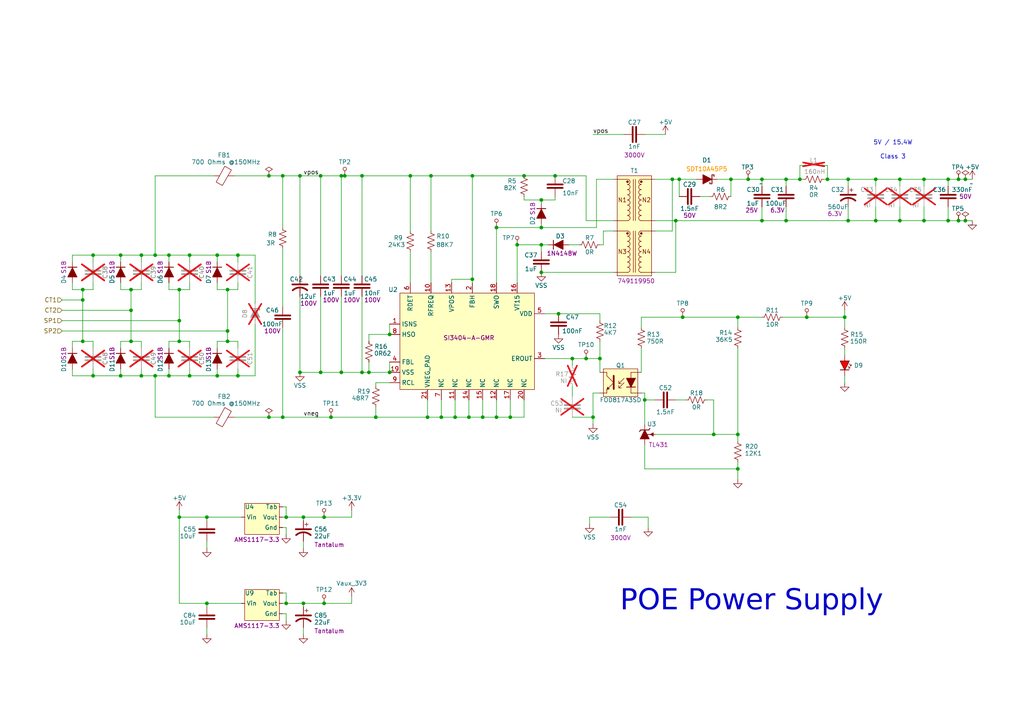
<source format=kicad_sch>
(kicad_sch (version 20250114) (generator "eeschema") (generator_version "9.0")
  (paper "A4")
  (lib_symbols
    (symbol "Ethernet:749119950" (pin_numbers (hide yes)) (pin_names (hide yes))
      (property "Reference" "T" (at 6 2.5 0))
      (property "Part#" "749119950" (at 6.5 -29.5 0))
      (symbol "749119950_1_1"
        (text "N1" (at 2.5 -6 0) (effects (font (size 1.25 1.25))))
        (text "N3" (at 2.5 -21 0) (effects (font (size 1.25 1.25))))
        (text "N2" (at 9.5 -6 0) (effects (font (size 1.25 1.25))))
        (text "N4" (at 9.5 -21 0) (effects (font (size 1.25 1.25))))
        (pin passive line (at 0 0 0) (length 1) (name "3") (number "3"))
        (pin passive line (at 0 -12 0) (length 1) (name "4") (number "4"))
        (pin passive line (at 0 -15 0) (length 1) (name "2") (number "2"))
        (pin passive line (at 0 -27 0) (length 1) (name "1") (number "1"))
        (pin passive line (at 12 0 180) (length 1) (name "7") (number "7"))
        (pin passive line (at 12 -12 180) (length 1) (name "10") (number "10"))
        (pin passive line (at 12 -15 180) (length 1) (name "8") (number "8"))
        (pin passive line (at 12 -27 180) (length 1) (name "9") (number "9"))
      )
    )
    (symbol "Ethernet:SI3404-A-GMR"
      (property "Reference" "U" (at 23 -4 0))
      (property "Part#" "SI3404-A-GMR" (at 23 -6 0))
      (symbol "SI3404-A-GMR_1_0"
        (pin input line (at 0 0 0) (length 3) (name "ISNS") (number "1"))
        (pin output line (at 0 -3 0) (length 3) (name "HSO") (number "8"))
        (pin input line (at 0 -11 0) (length 3) (name "FBL") (number "4"))
        (pin power_out line (at 0 -14 0) (length 3) (name "VSS") (number "19"))
        (pin input line (at 0 -17 0) (length 3) (name "RCL") (number "9"))
        (pin input line (at 6 12 270) (length 3) (name "RDET") (number "6"))
        (pin power_in line (at 11 -22 90) (length 3) (name "VNEG_PAD") (number "21"))
        (pin input line (at 12 12 270) (length 3) (name "RFREQ") (number "10"))
        (pin passive line (at 15 -22 90) (length 3) (name "NC") (number "7"))
        (pin power_in line (at 18 12 270) (length 3) (name "VPOS") (number "13"))
        (pin passive line (at 19 -22 90) (length 3) (name "NC") (number "11"))
        (pin passive line (at 23 -22 90) (length 3) (name "NC") (number "14"))
        (pin input line (at 24 12 270) (length 3) (name "FBH") (number "2"))
        (pin passive line (at 27 -22 90) (length 3) (name "NC") (number "15"))
        (pin output line (at 31 12 270) (length 3) (name "SWO") (number "18"))
        (pin passive line (at 31 -22 90) (length 3) (name "NC") (number "12"))
        (pin passive line (at 35 -22 90) (length 3) (name "NC") (number "17"))
        (pin input line (at 37 12 270) (length 3) (name "VT15") (number "16"))
        (pin passive line (at 39 -22 90) (length 3) (name "NC") (number "20"))
        (pin power_out line (at 45 3 180) (length 3) (name "VDD") (number "5"))
        (pin output line (at 45 -10 180) (length 3) (name "EROUT") (number "3"))
      )
    )
    (symbol "Generics:C" (pin_numbers (hide yes)) (pin_names (offset 0) (hide yes))
      (property "Reference" "C" (at 3 3.5 0))
      (property "Value" "NI" (at 3 -3.5 0))
      (symbol "C_1_1"
        (pin passive line (at 0 0 0) (length 2.5) (name "1") (number "1"))
        (pin passive line (at 6 0 180) (length 2.5) (name "2") (number "2"))
      )
    )
    (symbol "Generics:C_Polarized" (pin_numbers (hide yes)) (pin_names (offset 0) (hide yes))
      (property "Reference" "C" (at 3 3.5 0))
      (property "Value" "NI" (at 3.1 -3.5 0))
      (symbol "C_Polarized_1_1"
        (pin passive line (at 0 0 0) (length 2.7) (name "N") (number "N"))
        (pin passive line (at 6 0 180) (length 2.4) (name "P") (number "P"))
      )
    )
    (symbol "Generics:C_alt" (pin_numbers (hide yes)) (pin_names (offset 0) (hide yes))
      (property "Reference" "C" (at 3 3.5 0))
      (property "Value" "NI" (at 3.1 -3.5 0))
      (symbol "C_alt_1_1"
        (pin passive line (at 0 0 0) (length 2.7) (name "1") (number "1"))
        (pin passive line (at 6 0 180) (length 2.4) (name "2") (number "2"))
      )
    )
    (symbol "Generics:D" (pin_numbers (hide yes)) (pin_names (offset 0) (hide yes))
      (property "Reference" "D" (at 3 2.5 0))
      (property "Part#" "NI" (at 3 -2.5 0))
      (symbol "D_1_1"
        (pin passive line (at 0 0 0) (length 2.54) (name "A") (number "A"))
        (pin passive line (at 6 0 180) (length 2.54) (name "K") (number "K"))
      )
    )
    (symbol "Generics:D_LED_red" (pin_numbers (hide yes)) (pin_names (offset 0) (hide yes))
      (property "Reference" "D" (at 3 3 0))
      (property "Part#" "NI" (at 3 -2.5 0))
      (symbol "D_LED_red_1_1"
        (pin passive line (at 0 0 0) (length 1.7) (name "A") (number "A"))
        (pin passive line (at 6 0 180) (length 1.7) (name "K") (number "K"))
      )
    )
    (symbol "Generics:D_Schottky" (pin_numbers (hide yes)) (pin_names (offset 0) (hide yes))
      (property "Reference" "D" (at 3 2.5 0))
      (property "Part#" "NI" (at 3 -2.5 0))
      (symbol "D_Schottky_1_1"
        (pin passive line (at 0 0 0) (length 2.54) (name "A") (number "A"))
        (pin passive line (at 6 0 180) (length 2.6) (name "K") (number "K"))
      )
    )
    (symbol "Generics:D_TVS" (pin_numbers (hide yes)) (pin_names (offset 1.016) (hide yes))
      (property "Reference" "D" (at 3.1 2.5 0))
      (property "Part#" "NI" (at 3 -2.5 0))
      (symbol "D_TVS_1_1"
        (pin passive line (at 0 0 0) (length 2.54) (name "A") (number "A"))
        (pin passive line (at 6 0 180) (length 2.54) (name "K") (number "K"))
      )
    )
    (symbol "Generics:FB" (pin_numbers (hide yes)) (pin_names (offset 0) (hide yes))
      (property "Reference" "FB" (at 3.5 3.7 0))
      (property "Value" "NI" (at 2.9 -4.1 0))
      (symbol "FB_1_1"
        (pin passive line (at 0 0 0) (length 1.85) (name "~") (number "2"))
        (pin passive line (at 6 0 180) (length 1.65) (name "~") (number "1"))
      )
    )
    (symbol "Generics:R" (pin_numbers (hide yes)) (pin_names (offset 0) (hide yes))
      (property "Reference" "R" (at 3 2 0))
      (property "Value" "NI" (at 3 -2.1 0))
      (symbol "R_1_1"
        (pin passive line (at 0 0 0) (length 0.7) (name "1") (number "1"))
        (pin passive line (at 6 0 180) (length 0.7) (name "1") (number "2"))
      )
    )
    (symbol "Optoelectronics:OPTO_FOD817A3SD" (pin_numbers (hide yes)) (pin_names (offset 0) (hide yes))
      (property "Reference" "Q" (at 6 2 0))
      (property "Value" "FOD817A3SD" (at 6 -8 0))
      (symbol "OPTO_FOD817A3SD_1_1"
        (pin passive line (at 0 0 0) (length 3) (name "A") (number "A"))
        (pin passive line (at 0 -6 0) (length 3) (name "K") (number "K"))
        (pin passive line (at 12 0 180) (length 2) (name "C") (number "C"))
        (pin passive line (at 12 -6 180) (length 2) (name "E") (number "E"))
      )
    )
    (symbol "PCB_Utils:TP" (pin_numbers (hide yes)) (pin_names (offset 0) (hide yes)) (in_bom no)
      (property "Reference" "TP" (at 0 4 0))
      (symbol "TP_1_1"
        (pin input line (at 0 0 90) (length 1.5) (name "1") (number "1"))
      )
    )
    (symbol "Passives:C_SMD_ALU_560uF_6V3" (pin_numbers (hide yes)) (pin_names (hide yes))
      (property "Reference" "C" (at 3 4 0))
      (property "Value" "560uF" (at 0 -4 0))
      (property "Voltage" "6.3V" (at 6 -4 0))
      (symbol "C_SMD_ALU_560uF_6V3_1_1"
        (pin passive line (at 0 0 0) (length 2.7) (name "N") (number "N"))
        (pin passive line (at 6 0 180) (length 2.4) (name "P") (number "P"))
      )
    )
    (symbol "Passives:L_160nH_SMD" (pin_numbers (hide yes)) (pin_names (offset 0) (hide yes))
      (property "Reference" "L" (at 3 1.5 0))
      (property "Value" "160nH" (at 3.302 -1.778 0))
      (symbol "L_160nH_SMD_1_1"
        (pin passive line (at 0 0 0) (length 0.4) (name "1") (number "1"))
        (pin passive line (at 6 0 180) (length 0.4) (name "2") (number "2"))
      )
    )
    (symbol "Power:+3.3V" (power) (pin_numbers (hide yes)) (pin_names (offset 0) (hide yes))
      (property "Value" "+3.3V" (at 0 3.556 0))
      (symbol "+3.3V_1_1"
        (pin power_in line (at 0 0 90) (length 0) (hide yes) (name "+3.3V") (number "1"))
      )
    )
    (symbol "Power:+5V" (power) (pin_numbers (hide yes)) (pin_names (offset 0) (hide yes))
      (property "Value" "+5V" (at 0 3.556 0))
      (symbol "+5V_1_1"
        (pin power_in line (at 0 0 90) (length 0) (hide yes) (name "+5V") (number "1"))
      )
    )
    (symbol "Power:GND" (power) (pin_numbers (hide yes)) (pin_names (offset 0) (hide yes))
      (symbol "GND_1_1"
        (pin power_in line (at 0 0 270) (length 0) (hide yes) (name "GND") (number "1"))
      )
    )
    (symbol "Power:GNDA" (power) (pin_numbers (hide yes)) (pin_names (offset 0) (hide yes))
      (property "Value" "GNDA" (at 0 -3.81 0))
      (symbol "GNDA_1_1"
        (pin power_in line (at 0 0 270) (length 0) (hide yes) (name "GNDA") (number "1"))
      )
    )
    (symbol "Power:PWR_FLAG" (power) (pin_numbers (hide yes)) (pin_names (offset 0) (hide yes))
      (symbol "PWR_FLAG_1_0"
        (pin power_out line (at 0 0 90) (length 0) (name "pwr") (number "1"))
      )
    )
    (symbol "Power:VBUS" (power) (pin_numbers (hide yes)) (pin_names (offset 0) (hide yes))
      (property "Value" "VBUS" (at 0 3.81 0))
      (symbol "VBUS_1_1"
        (pin power_in line (at 0 0 90) (length 0) (hide yes) (name "VBUS") (number "1"))
      )
    )
    (symbol "Voltage_Regulators:AMS1117-3.3" (pin_numbers (hide yes))
      (property "Reference" "U" (at 1 5 0))
      (property "Part#" "AMS1117-3.3" (at 6 -6 0))
      (symbol "AMS1117-3.3_1_1"
        (pin power_in line (at 0 0 0) (length 1) (name "Vin") (number "3"))
        (pin passive line (at 12 3 180) (length 1) (name "Tab") (number "4"))
        (pin power_out line (at 12 0 180) (length 1) (name "Vout") (number "2"))
        (pin power_in line (at 12 -3 180) (length 1) (name "Gnd") (number "Gnd"))
      )
    )
    (symbol "Voltage_Regulators:TL431"
      (property "Reference" "U" (at 2 0 0))
      (property "Part#" "TL431" (at 4 -6 0))
      (symbol "TL431_1_1"
        (pin passive line (at 0 0 270) (length 2.54) (name "K") (number "K"))
        (pin passive line (at 0 -6 90) (length 2.54) (name "A") (number "2"))
        (pin passive line (at 3 -3 180) (length 2.54) (name "Ref") (number "Ref"))
      )
    )
  )
  (text "POE Power Supply" (at 218 176 0) (effects (font (size 6 6))))
  (text "5V / 15.4W\n\nClass 3" (at 259 43.5 0) (effects (font (size 1.27 1.27))))
  (junction (at 83 175))
  (junction (at 234 92))
  (junction (at 49 74))
  (junction (at 217 52))
  (junction (at 69 109))
  (junction (at 278 52))
  (junction (at 197 52))
  (junction (at 246 64))
  (junction (at 128 121))
  (junction (at 132 121))
  (junction (at 105 108))
  (junction (at 94 175))
  (junction (at 88 150))
  (junction (at 38 99))
  (junction (at 109 121))
  (junction (at 214 92))
  (junction (at 152 51))
  (junction (at 195 52))
  (junction (at 63 109))
  (junction (at 66 84))
  (junction (at 198 92))
  (junction (at 246 52))
  (junction (at 214 136))
  (junction (at 261 52))
  (junction (at 100 51))
  (junction (at 66 96))
  (junction (at 207 126))
  (junction (at 27 74))
  (junction (at 187 116))
  (junction (at 69 74))
  (junction (at 228 52))
  (junction (at 60 150))
  (junction (at 88 175))
  (junction (at 82 51))
  (junction (at 254 52))
  (junction (at 161 51))
  (junction (at 96 121))
  (junction (at 60 175))
  (junction (at 24 87))
  (junction (at 78 51))
  (junction (at 174 104))
  (junction (at 240 52))
  (junction (at 137 51))
  (junction (at 148 121))
  (junction (at 52 99))
  (junction (at 162 91))
  (junction (at 35 74))
  (junction (at 119 51))
  (junction (at 157 66))
  (junction (at 278 64))
  (junction (at 93 108))
  (junction (at 45 74))
  (junction (at 41 74))
  (junction (at 78 121))
  (junction (at 99 51))
  (junction (at 125 51))
  (junction (at 49 109))
  (junction (at 137 81))
  (junction (at 261 64))
  (junction (at 87 51))
  (junction (at 105 51))
  (junction (at 27 109))
  (junction (at 55 109))
  (junction (at 99 108))
  (junction (at 93 51))
  (junction (at 275 64))
  (junction (at 24 99))
  (junction (at 144 121))
  (junction (at 82 121))
  (junction (at 83 150))
  (junction (at 214 126))
  (junction (at 212 52))
  (junction (at 275 52))
  (junction (at 55 74))
  (junction (at 136 121))
  (junction (at 268 52))
  (junction (at 196 64))
  (junction (at 221 52))
  (junction (at 124 121))
  (junction (at 232 52))
  (junction (at 52 93))
  (junction (at 52 84))
  (junction (at 280 64))
  (junction (at 166 104))
  (junction (at 268 64))
  (junction (at 113 97))
  (junction (at 221 64))
  (junction (at 140 121))
  (junction (at 228 64))
  (junction (at 41 109))
  (junction (at 87 108))
  (junction (at 63 74))
  (junction (at 45 109))
  (junction (at 254 64))
  (junction (at 24 84))
  (junction (at 157 79))
  (junction (at 113 108))
  (junction (at 52 150))
  (junction (at 66 99))
  (junction (at 157 58))
  (junction (at 150 71))
  (junction (at 170 104))
  (junction (at 157 71))
  (junction (at 280 52))
  (junction (at 245 92))
  (junction (at 35 109))
  (junction (at 144 66))
  (junction (at 107 108))
  (junction (at 38 90))
  (junction (at 94 150))
  (junction (at 38 84))
  (junction (at 172 121))
  (wire (pts (xy 148 121) (xy 152 121)))
  (wire (pts (xy 82 172) (xy 83 172)))
  (wire (pts (xy 148 121) (xy 148 116)))
  (wire (pts (xy 280 64) (xy 282 64)))
  (wire (pts (xy 63 84) (xy 63 82)))
  (wire (pts (xy 195 67) (xy 195 52)))
  (wire (pts (xy 173 52) (xy 173 66)))
  (wire (pts (xy 102 148) (xy 102 150)))
  (wire (pts (xy 128 121) (xy 128 116)))
  (wire (pts (xy 119 51) (xy 119 67)))
  (wire (pts (xy 278 52) (xy 280 52)))
  (wire (pts (xy 261 52) (xy 268 52)))
  (wire (pts (xy 152 58) (xy 157 58)))
  (wire (pts (xy 157 65) (xy 157 66)))
  (wire (pts (xy 107 105) (xy 107 108)))
  (wire (pts (xy 174 71) (xy 175 71)))
  (wire (pts (xy 88 150) (xy 88 151)))
  (wire (pts (xy 254 60) (xy 254 64)))
  (wire (pts (xy 66 99) (xy 69 99)))
  (wire (pts (xy 21 109) (xy 21 107)))
  (wire (pts (xy 144 66) (xy 144 82)))
  (wire (pts (xy 93 108) (xy 99 108)))
  (wire (pts (xy 137 81) (xy 137 82)))
  (wire (pts (xy 69 74) (xy 69 76)))
  (wire (pts (xy 195 52) (xy 197 52)))
  (wire (pts (xy 96 121) (xy 109 121)))
  (wire (pts (xy 83 175) (xy 88 175)))
  (wire (pts (xy 60 182) (xy 60 184)))
  (wire (pts (xy 93 51) (xy 99 51)))
  (wire (pts (xy 88 157) (xy 88 159)))
  (wire (pts (xy 188 150) (xy 188 153)))
  (wire (pts (xy 82 147) (xy 83 147)))
  (wire (pts (xy 245 90) (xy 245 92)))
  (wire (pts (xy 66 84) (xy 66 96)))
  (wire (pts (xy 198 92) (xy 214 92)))
  (wire (pts (xy 60 157) (xy 60 159)))
  (wire (pts (xy 221 52) (xy 221 54)))
  (wire (pts (xy 69 84) (xy 69 82)))
  (wire (pts (xy 157 58) (xy 161 58)))
  (wire (pts (xy 254 52) (xy 254 54)))
  (wire (pts (xy 21 84) (xy 24 84)))
  (wire (pts (xy 187 129) (xy 187 136)))
  (wire (pts (xy 82 150) (xy 83 150)))
  (wire (pts (xy 158 104) (xy 166 104)))
  (wire (pts (xy 152 51) (xy 161 51)))
  (wire (pts (xy 94 150) (xy 102 150)))
  (wire (pts (xy 69 99) (xy 69 101)))
  (wire (pts (xy 217 52) (xy 221 52)))
  (wire (pts (xy 246 52) (xy 254 52)))
  (wire (pts (xy 82 121) (xy 96 121)))
  (wire (pts (xy 55 109) (xy 63 109)))
  (wire (pts (xy 83 172) (xy 83 175)))
  (wire (pts (xy 99 86) (xy 99 108)))
  (wire (pts (xy 144 66) (xy 157 66)))
  (wire (pts (xy 239 52) (xy 240 52)))
  (wire (pts (xy 88 175) (xy 88 176)))
  (wire (pts (xy 52 93) (xy 52 99)))
  (wire (pts (xy 228 52) (xy 228 54)))
  (wire (pts (xy 125 51) (xy 125 67)))
  (wire (pts (xy 27 109) (xy 27 107)))
  (wire (pts (xy 66 84) (xy 69 84)))
  (wire (pts (xy 87 51) (xy 93 51)))
  (wire (pts (xy 35 74) (xy 41 74)))
  (wire (pts (xy 49 74) (xy 55 74)))
  (wire (pts (xy 102 173) (xy 102 175)))
  (wire (pts (xy 170 104) (xy 174 104)))
  (wire (pts (xy 49 74) (xy 49 76)))
  (wire (pts (xy 21 109) (xy 27 109)))
  (wire (pts (xy 161 51) (xy 170 51)))
  (wire (pts (xy 227 92) (xy 234 92)))
  (wire (pts (xy 178 67) (xy 175 67)))
  (wire (pts (xy 52 84) (xy 55 84)))
  (wire (pts (xy 45 51) (xy 45 74)))
  (wire (pts (xy 187 114) (xy 187 116)))
  (wire (pts (xy 52 84) (xy 52 93)))
  (wire (pts (xy 207 116) (xy 207 126)))
  (wire (pts (xy 275 64) (xy 278 64)))
  (wire (pts (xy 197 52) (xy 202 52)))
  (wire (pts (xy 150 82) (xy 150 71)))
  (wire (pts (xy 221 52) (xy 228 52)))
  (wire (pts (xy 166 104) (xy 170 104)))
  (wire (pts (xy 52 148) (xy 52 150)))
  (wire (pts (xy 63 109) (xy 63 107)))
  (wire (pts (xy 190 126) (xy 207 126)))
  (wire (pts (xy 63 99) (xy 66 99)))
  (wire (pts (xy 132 121) (xy 136 121)))
  (wire (pts (xy 157 79) (xy 178 79)))
  (wire (pts (xy 136 121) (xy 136 116)))
  (wire (pts (xy 275 52) (xy 278 52)))
  (wire (pts (xy 21 74) (xy 21 76)))
  (wire (pts (xy 205 116) (xy 207 116)))
  (wire (pts (xy 214 136) (xy 187 136)))
  (wire (pts (xy 232 52) (xy 233 52)))
  (wire (pts (xy 187 116) (xy 187 123)))
  (wire (pts (xy 246 60) (xy 246 64)))
  (wire (pts (xy 119 73) (xy 119 82)))
  (wire (pts (xy 254 64) (xy 261 64)))
  (wire (pts (xy 78 121) (xy 82 121)))
  (wire (pts (xy 214 92) (xy 221 92)))
  (wire (pts (xy 107 97) (xy 107 99)))
  (wire (pts (xy 35 84) (xy 35 82)))
  (wire (pts (xy 105 108) (xy 107 108)))
  (wire (pts (xy 87 51) (xy 87 80)))
  (wire (pts (xy 187 114) (xy 186 114)))
  (wire (pts (xy 228 64) (xy 246 64)))
  (wire (pts (xy 18 96) (xy 66 96)))
  (wire (pts (xy 214 136) (xy 214 139)))
  (wire (pts (xy 246 52) (xy 246 54)))
  (wire (pts (xy 18 87) (xy 24 87)))
  (wire (pts (xy 261 52) (xy 261 54)))
  (wire (pts (xy 119 51) (xy 125 51)))
  (wire (pts (xy 35 74) (xy 35 76)))
  (wire (pts (xy 208 52) (xy 212 52)))
  (wire (pts (xy 41 84) (xy 41 82)))
  (wire (pts (xy 52 150) (xy 52 175)))
  (wire (pts (xy 183 150) (xy 188 150)))
  (wire (pts (xy 175 67) (xy 175 71)))
  (wire (pts (xy 152 57) (xy 152 58)))
  (wire (pts (xy 24 87) (xy 24 99)))
  (wire (pts (xy 27 74) (xy 27 76)))
  (wire (pts (xy 35 109) (xy 35 107)))
  (wire (pts (xy 63 109) (xy 69 109)))
  (wire (pts (xy 174 99) (xy 174 104)))
  (wire (pts (xy 172 114) (xy 172 121)))
  (wire (pts (xy 21 84) (xy 21 82)))
  (wire (pts (xy 245 92) (xy 245 95)))
  (wire (pts (xy 99 51) (xy 100 51)))
  (wire (pts (xy 173 52) (xy 178 52)))
  (wire (pts (xy 109 118) (xy 109 121)))
  (wire (pts (xy 275 60) (xy 275 64)))
  (wire (pts (xy 214 92) (xy 214 95)))
  (wire (pts (xy 280 64) (xy 278 64)))
  (wire (pts (xy 27 109) (xy 35 109)))
  (wire (pts (xy 190 52) (xy 195 52)))
  (wire (pts (xy 275 52) (xy 275 54)))
  (wire (pts (xy 88 182) (xy 88 184)))
  (wire (pts (xy 136 121) (xy 140 121)))
  (wire (pts (xy 214 134) (xy 214 136)))
  (wire (pts (xy 186 92) (xy 186 95)))
  (wire (pts (xy 162 91) (xy 174 91)))
  (wire (pts (xy 157 71) (xy 157 73)))
  (wire (pts (xy 245 101) (xy 245 103)))
  (wire (pts (xy 45 109) (xy 45 121)))
  (wire (pts (xy 60 175) (xy 70 175)))
  (wire (pts (xy 280 52) (xy 282 52)))
  (wire (pts (xy 214 101) (xy 214 126)))
  (wire (pts (xy 212 52) (xy 217 52)))
  (wire (pts (xy 174 104) (xy 174 108)))
  (wire (pts (xy 41 99) (xy 41 101)))
  (wire (pts (xy 63 74) (xy 63 76)))
  (wire (pts (xy 234 92) (xy 245 92)))
  (wire (pts (xy 214 126) (xy 214 128)))
  (wire (pts (xy 240 52) (xy 246 52)))
  (wire (pts (xy 161 57) (xy 161 58)))
  (wire (pts (xy 165 71) (xy 168 71)))
  (wire (pts (xy 187 116) (xy 190 116)))
  (wire (pts (xy 45 109) (xy 49 109)))
  (wire (pts (xy 232 48) (xy 233 48)))
  (wire (pts (xy 82 178) (xy 83 178)))
  (wire (pts (xy 41 74) (xy 45 74)))
  (wire (pts (xy 166 112) (xy 166 115)))
  (wire (pts (xy 190 64) (xy 196 64)))
  (wire (pts (xy 131 81) (xy 137 81)))
  (wire (pts (xy 82 51) (xy 87 51)))
  (wire (pts (xy 100 51) (xy 105 51)))
  (wire (pts (xy 125 73) (xy 125 82)))
  (wire (pts (xy 24 84) (xy 24 87)))
  (wire (pts (xy 170 64) (xy 178 64)))
  (wire (pts (xy 21 99) (xy 21 101)))
  (wire (pts (xy 49 109) (xy 49 107)))
  (wire (pts (xy 49 109) (xy 55 109)))
  (wire (pts (xy 174 91) (xy 174 93)))
  (wire (pts (xy 38 84) (xy 38 90)))
  (wire (pts (xy 268 52) (xy 268 54)))
  (wire (pts (xy 55 109) (xy 55 107)))
  (wire (pts (xy 83 153) (xy 83 155)))
  (wire (pts (xy 49 84) (xy 52 84)))
  (wire (pts (xy 88 150) (xy 94 150)))
  (wire (pts (xy 69 109) (xy 69 107)))
  (wire (pts (xy 240 48) (xy 240 52)))
  (wire (pts (xy 41 74) (xy 41 76)))
  (wire (pts (xy 60 175) (xy 60 176)))
  (wire (pts (xy 113 94) (xy 113 97)))
  (wire (pts (xy 197 52) (xy 197 57)))
  (wire (pts (xy 68 121) (xy 78 121)))
  (wire (pts (xy 172 114) (xy 174 114)))
  (wire (pts (xy 99 108) (xy 105 108)))
  (wire (pts (xy 78 51) (xy 82 51)))
  (wire (pts (xy 55 99) (xy 55 101)))
  (wire (pts (xy 131 81) (xy 131 82)))
  (wire (pts (xy 186 101) (xy 186 108)))
  (wire (pts (xy 212 52) (xy 212 57)))
  (wire (pts (xy 171 150) (xy 177 150)))
  (wire (pts (xy 157 59) (xy 157 58)))
  (wire (pts (xy 82 95) (xy 82 121)))
  (wire (pts (xy 128 121) (xy 132 121)))
  (wire (pts (xy 49 99) (xy 49 101)))
  (wire (pts (xy 24 84) (xy 27 84)))
  (wire (pts (xy 140 121) (xy 144 121)))
  (wire (pts (xy 113 105) (xy 113 108)))
  (wire (pts (xy 221 64) (xy 228 64)))
  (wire (pts (xy 170 51) (xy 170 64)))
  (wire (pts (xy 228 60) (xy 228 64)))
  (wire (pts (xy 186 92) (xy 198 92)))
  (wire (pts (xy 207 126) (xy 214 126)))
  (wire (pts (xy 239 48) (xy 240 48)))
  (wire (pts (xy 124 121) (xy 128 121)))
  (wire (pts (xy 87 108) (xy 93 108)))
  (wire (pts (xy 221 60) (xy 221 64)))
  (wire (pts (xy 45 74) (xy 49 74)))
  (wire (pts (xy 152 121) (xy 152 116)))
  (wire (pts (xy 140 121) (xy 140 116)))
  (wire (pts (xy 137 51) (xy 137 81)))
  (wire (pts (xy 83 147) (xy 83 150)))
  (wire (pts (xy 52 150) (xy 60 150)))
  (wire (pts (xy 113 97) (xy 107 97)))
  (wire (pts (xy 99 51) (xy 99 80)))
  (wire (pts (xy 93 86) (xy 93 108)))
  (wire (pts (xy 109 111) (xy 113 111)))
  (wire (pts (xy 35 99) (xy 38 99)))
  (wire (pts (xy 268 52) (xy 275 52)))
  (wire (pts (xy 63 99) (xy 63 101)))
  (wire (pts (xy 190 79) (xy 196 79)))
  (wire (pts (xy 203 57) (xy 206 57)))
  (wire (pts (xy 63 74) (xy 69 74)))
  (wire (pts (xy 172 121) (xy 172 123)))
  (wire (pts (xy 38 84) (xy 41 84)))
  (wire (pts (xy 52 99) (xy 55 99)))
  (wire (pts (xy 157 71) (xy 159 71)))
  (wire (pts (xy 83 178) (xy 83 180)))
  (wire (pts (xy 124 121) (xy 124 116)))
  (wire (pts (xy 49 99) (xy 52 99)))
  (wire (pts (xy 60 150) (xy 70 150)))
  (wire (pts (xy 24 99) (xy 27 99)))
  (wire (pts (xy 27 99) (xy 27 101)))
  (wire (pts (xy 254 52) (xy 261 52)))
  (wire (pts (xy 68 51) (xy 78 51)))
  (wire (pts (xy 166 104) (xy 166 106)))
  (wire (pts (xy 144 121) (xy 144 116)))
  (wire (pts (xy 150 71) (xy 157 71)))
  (wire (pts (xy 49 84) (xy 49 82)))
  (wire (pts (xy 187 39) (xy 193 39)))
  (wire (pts (xy 27 74) (xy 35 74)))
  (wire (pts (xy 82 72) (xy 82 89)))
  (wire (pts (xy 158 91) (xy 162 91)))
  (wire (pts (xy 21 74) (xy 27 74)))
  (wire (pts (xy 268 60) (xy 268 64)))
  (wire (pts (xy 157 66) (xy 173 66)))
  (wire (pts (xy 38 99) (xy 41 99)))
  (wire (pts (xy 261 60) (xy 261 64)))
  (wire (pts (xy 35 99) (xy 35 101)))
  (wire (pts (xy 172 39) (xy 181 39)))
  (wire (pts (xy 60 150) (xy 60 151)))
  (wire (pts (xy 228 52) (xy 232 52)))
  (wire (pts (xy 35 109) (xy 41 109)))
  (wire (pts (xy 41 109) (xy 45 109)))
  (wire (pts (xy 196 116) (xy 199 116)))
  (wire (pts (xy 27 84) (xy 27 82)))
  (wire (pts (xy 261 64) (xy 268 64)))
  (wire (pts (xy 55 84) (xy 55 82)))
  (wire (pts (xy 268 64) (xy 275 64)))
  (wire (pts (xy 18 90) (xy 38 90)))
  (wire (pts (xy 196 64) (xy 221 64)))
  (wire (pts (xy 137 51) (xy 152 51)))
  (wire (pts (xy 69 74) (xy 74 74)))
  (wire (pts (xy 232 48) (xy 232 52)))
  (wire (pts (xy 190 67) (xy 195 67)))
  (wire (pts (xy 52 175) (xy 60 175)))
  (wire (pts (xy 109 111) (xy 109 112)))
  (wire (pts (xy 66 96) (xy 66 99)))
  (wire (pts (xy 63 84) (xy 66 84)))
  (wire (pts (xy 93 51) (xy 93 80)))
  (wire (pts (xy 105 51) (xy 105 80)))
  (wire (pts (xy 38 90) (xy 38 99)))
  (wire (pts (xy 45 51) (xy 62 51)))
  (wire (pts (xy 105 86) (xy 105 108)))
  (wire (pts (xy 125 51) (xy 137 51)))
  (wire (pts (xy 87 86) (xy 87 108)))
  (wire (pts (xy 171 150) (xy 171 152)))
  (wire (pts (xy 132 121) (xy 132 116)))
  (wire (pts (xy 74 109) (xy 74 94)))
  (wire (pts (xy 21 99) (xy 24 99)))
  (wire (pts (xy 74 74) (xy 74 88)))
  (wire (pts (xy 107 108) (xy 113 108)))
  (wire (pts (xy 88 175) (xy 94 175)))
  (wire (pts (xy 18 93) (xy 52 93)))
  (wire (pts (xy 35 84) (xy 38 84)))
  (wire (pts (xy 166 121) (xy 172 121)))
  (wire (pts (xy 83 150) (xy 88 150)))
  (wire (pts (xy 82 153) (xy 83 153)))
  (wire (pts (xy 144 121) (xy 148 121)))
  (wire (pts (xy 109 121) (xy 124 121)))
  (wire (pts (xy 55 74) (xy 63 74)))
  (wire (pts (xy 41 109) (xy 41 107)))
  (wire (pts (xy 196 79) (xy 196 64)))
  (wire (pts (xy 82 51) (xy 82 66)))
  (wire (pts (xy 94 175) (xy 102 175)))
  (wire (pts (xy 82 175) (xy 83 175)))
  (wire (pts (xy 105 51) (xy 119 51)))
  (wire (pts (xy 246 64) (xy 254 64)))
  (wire (pts (xy 245 109) (xy 245 111)))
  (wire (pts (xy 45 121) (xy 62 121)))
  (wire (pts (xy 69 109) (xy 74 109)))
  (wire (pts (xy 55 74) (xy 55 76)))
  (label "vpos" (at 88 51 0))
  (label "vneg" (at 88 121 0))
  (label "vpos" (at 172 39 0))
  (hierarchical_label "CT2" (shape input) (at 18 90 180))
  (hierarchical_label "CT1" (shape input) (at 18 87 180))
  (hierarchical_label "SP1" (shape input) (at 18 93 180))
  (hierarchical_label "SP2" (shape input) (at 18 96 180))
  (symbol (lib_id "PCB_Utils:TP") (at 198 92 0) (unit 1) (in_bom no)
    (property "Reference" "TP8" (at 198 88 0) (effects (font (size 1.25 1.25))))
    (property "Footprint" "PCB_Utils:TP_1.5" (effects (hide yes)))
    (property "Description" "Test point" (effects (hide yes)))
  )
  (symbol (lib_id "Generics:D") (at 49 107 90) (unit 1)
    (property "Reference" "D12" (at 46.5 106 0) (effects (font (size 1.25 1.25))))
    (property "Footprint" "Generics:SMA" (effects (hide yes)))
    (property "Description" "Diode" (effects (hide yes)))
    (property "Part#" "S1B" (at 46.5 102.5 0) (effects (font (size 1.25 1.25))))
    (property "LCSC Part #" "C437609" (effects (hide yes)))
  )
  (symbol (lib_id "Power:+5V") (at 52 148 0) (unit 1)
    (property "Reference" "#PWR038" (effects (hide yes)))
    (property "Value" "+5V" (at 52 144.444 0) (effects (font (size 1.25 1.25))))
    (property "Description" "Power symbol creates a global label with name \"+5V\"" (effects (hide yes)))
  )
  (symbol (lib_id "Generics:D") (at 165 71 180) (unit 1)
    (property "Reference" "D3" (at 162.5 68.5 0) (effects (font (size 1.25 1.25))))
    (property "Footprint" "Generics:SOD-123" (effects (hide yes)))
    (property "Description" "Diode" (effects (hide yes)))
    (property "Part#" "1N4148W" (at 163 73.5 0) (effects (font (size 1.25 1.25))))
    (property "LCSC Part #" "C81598" (effects (hide yes)))
  )
  (symbol (lib_id "Generics:C") (at 196 116 180) (unit 1)
    (property "Reference" "C52" (at 193 112.5 0))
    (property "Value" "1.5nF" (at 193 119.5 0))
    (property "Footprint" "Generics:C_0805" (effects (hide yes)))
    (property "Description" "Unpolarized capacitor" (effects (hide yes)))
    (property "LCSC Part #" "C1717" (effects (hide yes)))
  )
  (symbol (lib_id "Power:GNDA") (at 172 123 0) (unit 1)
    (property "Reference" "#PWR088" (effects (hide yes)))
    (property "Value" "VSS" (at 172 126.81 0) (effects (font (size 1.25 1.25))))
    (property "Description" "Power symbol creates a global label with name \"GNDA\"" (effects (hide yes)))
  )
  (symbol (lib_id "Generics:C_alt") (at 87 86 90) (unit 1)
    (property "Reference" "C42" (at 84 81 90) (effects (justify right)))
    (property "Value" "12uF" (at 87 86 90) (effects (justify right)))
    (property "Footprint" "Generics:C_ALU_G13" (effects (hide yes)))
    (property "Description" "Unpolarized capacitor (alt)" (effects (hide yes)))
    (property "Manufacturer" "Panasonic" (effects (hide yes)))
    (property "Part#" "EEUFC2A120" (effects (hide yes)))
    (property "Voltage" "100V" (at 87 88 90) (effects (justify right)))
  )
  (symbol (lib_id "Generics:R") (at 245 101 90) (unit 1)
    (property "Reference" "R15" (at 248.5 97 90) (effects (font (size 1.25 1.25))))
    (property "Value" "150R" (at 249 99 90) (effects (font (size 1.25 1.25))))
    (property "Footprint" "Generics:R_0603" (effects (hide yes)))
    (property "Description" "Resistor" (effects (hide yes)))
    (property "LCSC Part #" "C22808" (effects (hide yes)))
  )
  (symbol (lib_id "Generics:C") (at 41 107 90) (unit 1) (in_bom no) (dnp yes)
    (property "Reference" "C49" (at 44.5 104 0) (effects (font (size 1.25 1.25))))
    (property "Value" "1nF" (effects (hide yes)))
    (property "Footprint" "Generics:C_0603" (effects (hide yes)))
    (property "Description" "Unpolarized capacitor" (effects (hide yes)))
    (property "Comments" "1nF / 100V / X7R " (effects (hide yes)))
  )
  (symbol (lib_id "Optoelectronics:OPTO_FOD817A3SD") (at 186 108 0) (mirror y) (unit 1)
    (property "Reference" "Q1" (at 180 106 0) (effects (font (size 1.25 1.25))))
    (property "Value" "FOD817A3SD" (at 180 116 0) (effects (font (size 1.25 1.25))))
    (property "Footprint" "Optoelectronics:FOD817A3SD" (effects (hide yes)))
    (property "Datasheet" "kicad-embed://C128788.pdf" (effects (hide yes)))
    (property "Description" "Optocoupler 70V 5kV 50mA 100mV@1mA,20mA 1 6V 1.2V DC" (effects (hide yes)))
    (property "Manufacturer" "onsemi" (effects (hide yes)))
    (property "Part#" "FOD817A3SD" (effects (hide yes)))
    (property "LCSC Part #" "C128788" (effects (hide yes)))
  )
  (symbol (lib_id "Generics:C") (at 203 57 180) (unit 1)
    (property "Reference" "C29" (at 200 53.5 0))
    (property "Value" "1.5nF" (at 200 60.5 0))
    (property "Footprint" "Generics:C_0805" (effects (hide yes)))
    (property "Description" "Unpolarized capacitor" (effects (hide yes)))
    (property "Comments" "50V" (at 200 62.5 0) (effects (font (size 1.25 1.25))))
    (property "LCSC Part #" "C1717" (effects (hide yes)))
  )
  (symbol (lib_id "Generics:D") (at 21 82 90) (unit 1)
    (property "Reference" "D4" (at 18.5 81 0) (effects (font (size 1.25 1.25))))
    (property "Footprint" "Generics:SMA" (effects (hide yes)))
    (property "Description" "Diode" (effects (hide yes)))
    (property "Part#" "S1B" (at 18.5 77.5 0) (effects (font (size 1.25 1.25))))
    (property "LCSC Part #" "C437609" (effects (hide yes)))
  )
  (symbol (lib_id "Generics:FB") (at 68 121 180) (unit 1)
    (property "Reference" "FB2" (at 65 115 0))
    (property "Value" "700 Ohms @150MHz" (at 65.5 117 0))
    (property "Footprint" "Generics:L_0805" (effects (hide yes)))
    (property "Description" "Ferrite bead" (effects (hide yes)))
    (property "Part#" "742792040" (effects (hide yes)))
    (property "Comments" "150mΩ ±25% 600Ω@100MHz 0805 Ferrite Beads ROHS" (effects (hide yes)))
    (property "LCSC Part #" "C2661857" (effects (hide yes)))
  )
  (symbol (lib_id "Power:+5V") (at 193 39 0) (unit 1)
    (property "Reference" "#PWR031" (effects (hide yes)))
    (property "Value" "+5V" (at 193 35.444 0) (effects (font (size 1.25 1.25))))
    (property "Description" "Power symbol creates a global label with name \"+5V\"" (effects (hide yes)))
  )
  (symbol (lib_id "Generics:C") (at 228 60 90) (unit 1)
    (property "Reference" "C31" (at 223.5 55 90) (effects (justify right)))
    (property "Value" "100uF" (at 222 59 90) (effects (justify right)))
    (property "Footprint" "Generics:C_1210" (effects (hide yes)))
    (property "Description" "Unpolarized capacitor" (effects (hide yes)))
    (property "Comments" "6.3V" (at 225.5 61 90) (effects (font (size 1.25 1.25))))
    (property "LCSC Part #" "C7432783" (effects (hide yes)))
  )
  (symbol (lib_id "Generics:C") (at 221 60 90) (unit 1)
    (property "Reference" "C30" (at 216.5 55 90) (effects (justify right)))
    (property "Value" "1uF" (at 216.5 59 90) (effects (justify right)))
    (property "Footprint" "Generics:C_0603" (effects (hide yes)))
    (property "Description" "Unpolarized capacitor" (effects (hide yes)))
    (property "Comments" "25V" (at 218 61 90) (effects (font (size 1.25 1.25))))
    (property "LCSC Part #" "C15849" (effects (hide yes)))
  )
  (symbol (lib_id "Generics:D") (at 63 82 90) (unit 1)
    (property "Reference" "D7" (at 60.5 81 0) (effects (font (size 1.25 1.25))))
    (property "Footprint" "Generics:SMA" (effects (hide yes)))
    (property "Description" "Diode" (effects (hide yes)))
    (property "Part#" "S1B" (at 60.5 77.5 0) (effects (font (size 1.25 1.25))))
    (property "LCSC Part #" "C437609" (effects (hide yes)))
  )
  (symbol (lib_id "Generics:D_LED_red") (at 245 103 270) (unit 1)
    (property "Reference" "D9" (at 249 106 90) (effects (font (size 1.25 1.25))))
    (property "Footprint" "Generics:D_LED_0603" (effects (hide yes)))
    (property "Description" "Light emitting diode [Red]" (effects (hide yes)))
    (property "LCSC Part #" "C2286" (effects (hide yes)))
  )
  (symbol (lib_id "Generics:R") (at 166 112 90) (unit 1) (in_bom no) (dnp yes)
    (property "Reference" "R17" (at 163 108.5 90) (effects (font (size 1.25 1.25))))
    (property "Value" "NI" (at 163.5 110.5 90) (effects (font (size 1.25 1.25))))
    (property "Footprint" "Generics:R_0805" (effects (hide yes)))
    (property "Description" "Resistor" (effects (hide yes)))
  )
  (symbol (lib_id "PCB_Utils:TP") (at 144 66 0) (unit 1) (in_bom no)
    (property "Reference" "TP6" (at 144 62 0) (effects (font (size 1.25 1.25))))
    (property "Footprint" "PCB_Utils:TP_1.5" (effects (hide yes)))
    (property "Description" "Test point" (effects (hide yes)))
  )
  (symbol (lib_id "Generics:C") (at 82 95 90) (unit 1)
    (property "Reference" "C46" (at 79 90 90) (effects (font (size 1.25 1.25))))
    (property "Value" "100nF" (at 79 94 90) (effects (font (size 1.25 1.25))))
    (property "Footprint" "Generics:C_0805" (effects (hide yes)))
    (property "Description" "Unpolarized capacitor" (effects (hide yes)))
    (property "Comments" "100V" (at 79 96 90) (effects (font (size 1.25 1.25))))
    (property "LCSC Part #" "C28233" (effects (hide yes)))
  )
  (symbol (lib_id "Power:PWR_FLAG") (at 78 51 0) (unit 1)
    (property "Reference" "#FLG01" (effects (hide yes)))
    (property "Value" "PWR_FLAG" (effects (hide yes)))
    (property "Description" "Kicad strange way of managing power input/output pins" (effects (hide yes)))
  )
  (symbol (lib_id "Generics:D_Schottky") (at 202 52 0) (unit 1)
    (property "Reference" "D1" (at 205 46.46 0))
    (property "Value" "SDT10A45P5" (at 205 49 0))
    (property "Description" "Schottky diode" (effects (hide yes)))
    (property "LCSC Part #" "C5746878" (effects (hide yes)))
  )
  (symbol (lib_id "Generics:R") (at 168 71 0) (unit 1)
    (property "Reference" "R7" (at 171 69 0) (effects (font (size 1.25 1.25))))
    (property "Value" "0R" (at 171 73.1 0) (effects (font (size 1.25 1.25))))
    (property "Footprint" "Generics:R_0805" (effects (hide yes)))
    (property "Description" "Resistor" (effects (hide yes)))
    (property "LCSC Part #" "C17477" (effects (hide yes)))
  )
  (symbol (lib_id "Power:GNDA") (at 162 97 0) (unit 1)
    (property "Reference" "#PWR089" (effects (hide yes)))
    (property "Value" "VSS" (at 162 100.81 0) (effects (font (size 1.25 1.25))))
    (property "Description" "Power symbol creates a global label with name \"GNDA\"" (effects (hide yes)))
  )
  (symbol (lib_id "Generics:C") (at 261 60 90) (unit 1) (dnp yes)
    (property "Reference" "C34" (at 256.5 55 90) (effects (justify right)))
    (property "Value" "NI" (at 257.5 59.5 90) (effects (justify right)))
    (property "Footprint" "Generics:C_1210" (effects (hide yes)))
    (property "Description" "Unpolarized capacitor" (effects (hide yes)))
  )
  (symbol (lib_id "Generics:FB") (at 68 51 180) (unit 1)
    (property "Reference" "FB1" (at 65 45 0))
    (property "Value" "700 Ohms @150MHz" (at 65.5 47 0))
    (property "Footprint" "Generics:L_0805" (effects (hide yes)))
    (property "Description" "Ferrite bead" (effects (hide yes)))
    (property "Part#" "742792040" (effects (hide yes)))
    (property "Comments" "150mΩ ±25% 600Ω@100MHz 0805 Ferrite Beads ROHS" (effects (hide yes)))
    (property "LCSC Part #" "C2661857" (effects (hide yes)))
  )
  (symbol (lib_id "PCB_Utils:TP") (at 278 52 0) (unit 1) (in_bom no)
    (property "Reference" "TP4" (at 276 48.5 0) (effects (justify left)))
    (property "Value" "~" (at 281.18 53.27 0) (effects (justify left)))
    (property "Footprint" "PCB_Utils:TP_1.5" (effects (hide yes)))
    (property "Description" "Test point" (effects (hide yes)))
  )
  (symbol (lib_id "Generics:D") (at 63 107 90) (unit 1)
    (property "Reference" "D13" (at 60.5 106 0) (effects (font (size 1.25 1.25))))
    (property "Footprint" "Generics:SMA" (effects (hide yes)))
    (property "Description" "Diode" (effects (hide yes)))
    (property "Part#" "S1B" (at 60.5 102.5 0) (effects (font (size 1.25 1.25))))
    (property "LCSC Part #" "C437609" (effects (hide yes)))
  )
  (symbol (lib_id "Power:PWR_FLAG") (at 280 64 0) (unit 1)
    (property "Reference" "#FLG03" (effects (hide yes)))
    (property "Value" "PWR_FLAG" (effects (hide yes)))
    (property "Description" "Kicad strange way of managing power input/output pins" (effects (hide yes)))
  )
  (symbol (lib_id "Generics:C") (at 60 157 90) (unit 1)
    (property "Reference" "C55" (at 55 153.5 90) (effects (font (size 1.25 1.25))))
    (property "Value" "10uF" (at 54.5 155.5 90) (effects (font (size 1.25 1.25))))
    (property "Footprint" "Generics:C_0603" (effects (hide yes)))
    (property "Description" "Unpolarized capacitor" (effects (hide yes)))
    (property "LCSC Part #" "C19702" (effects (hide yes)))
  )
  (symbol (lib_id "PCB_Utils:TP") (at 96 121 0) (unit 1) (in_bom no)
    (property "Reference" "TP11" (at 96 117 0) (effects (font (size 1.25 1.25))))
    (property "Footprint" "PCB_Utils:TP_1.5" (effects (hide yes)))
    (property "Description" "Test point" (effects (hide yes)))
  )
  (symbol (lib_id "Generics:C") (at 268 60 90) (unit 1) (dnp yes)
    (property "Reference" "C35" (at 263.5 55 90) (effects (justify right)))
    (property "Value" "NI" (at 264.5 59.5 90) (effects (justify right)))
    (property "Footprint" "Generics:C_1210" (effects (hide yes)))
    (property "Description" "Unpolarized capacitor" (effects (hide yes)))
  )
  (symbol (lib_id "Power:GND") (at 88 184 0) (unit 1)
    (property "Reference" "#PWR0100" (effects (hide yes)))
    (property "Value" "GND" (effects (hide yes)))
    (property "Description" "Power symbol creates a global label with name \"GND\"" (effects (hide yes)))
  )
  (symbol (lib_id "Generics:D") (at 35 82 90) (unit 1)
    (property "Reference" "D5" (at 32.5 81 0) (effects (font (size 1.25 1.25))))
    (property "Footprint" "Generics:SMA" (effects (hide yes)))
    (property "Description" "Diode" (effects (hide yes)))
    (property "Part#" "S1B" (at 32.5 77.5 0) (effects (font (size 1.25 1.25))))
    (property "LCSC Part #" "C437609" (effects (hide yes)))
  )
  (symbol (lib_id "Power:GND") (at 60 184 0) (unit 1)
    (property "Reference" "#PWR098" (effects (hide yes)))
    (property "Value" "GND" (effects (hide yes)))
    (property "Description" "Power symbol creates a global label with name \"GND\"" (effects (hide yes)))
  )
  (symbol (lib_id "Generics:R") (at 212 57 180) (unit 1)
    (property "Reference" "R6" (at 209 55 0))
    (property "Value" "8R2" (at 209 60 0))
    (property "Footprint" "Generics:R_0805" (effects (hide yes)))
    (property "Description" "Resistor" (effects (hide yes)))
    (property "LCSC Part #" "C144544" (effects (hide yes)))
  )
  (symbol (lib_id "Generics:R") (at 119 73 90) (unit 1)
    (property "Reference" "R9" (at 115.5 69 90) (effects (font (size 1.25 1.25))))
    (property "Value" "24K3" (at 115 71 90) (effects (font (size 1.25 1.25))))
    (property "Footprint" "Generics:R_0805" (effects (hide yes)))
    (property "Description" "Resistor" (effects (hide yes)))
    (property "LCSC Part #" "C101593" (effects (hide yes)))
  )
  (symbol (lib_id "Power:VBUS") (at 102 173 0) (unit 1)
    (property "Reference" "#PWR0102" (effects (hide yes)))
    (property "Value" "Vaux_3V3" (at 102 169.19 0) (effects (font (size 1.25 1.25))))
    (property "Description" "Power symbol creates a global label with name \"VBUS\"" (effects (hide yes)))
  )
  (symbol (lib_id "Generics:C_Polarized") (at 88 182 90) (unit 1)
    (property "Reference" "C85" (at 93 178.5 90) (effects (font (size 1.25 1.25))))
    (property "Value" "22uF" (at 93.5 180.5 90) (effects (font (size 1.25 1.25))))
    (property "Footprint" "Generics:C_tantalum_A" (effects (hide yes)))
    (property "Description" "Polarized capacitor" (effects (hide yes)))
    (property "Comments" "Tantalum" (at 95.5 183 90) (effects (font (size 1.25 1.25))))
    (property "LCSC Part #" "C129272" (effects (hide yes)))
  )
  (symbol (lib_id "Generics:C") (at 157 79 90) (unit 1)
    (property "Reference" "C37" (at 154 74 90) (effects (font (size 1.25 1.25))))
    (property "Value" "1uF" (at 154 78 90) (effects (font (size 1.25 1.25))))
    (property "Footprint" "Generics:C_0805" (effects (hide yes)))
    (property "Description" "Unpolarized capacitor" (effects (hide yes)))
    (property "LCSC Part #" "C28323" (effects (hide yes)))
  )
  (symbol (lib_id "PCB_Utils:TP") (at 100 51 0) (unit 1) (in_bom no)
    (property "Reference" "TP2" (at 100 47 0) (effects (font (size 1.25 1.25))))
    (property "Footprint" "PCB_Utils:TP_1.5" (effects (hide yes)))
    (property "Description" "Test point" (effects (hide yes)))
  )
  (symbol (lib_id "Generics:C") (at 161 57 90) (unit 1)
    (property "Reference" "C28" (at 165 52.5 90) (effects (font (size 1.25 1.25))))
    (property "Value" "10nF" (at 165.5 56 90) (effects (font (size 1.25 1.25))))
    (property "Footprint" "Generics:C_0805" (effects (hide yes)))
    (property "Description" "Unpolarized capacitor" (effects (hide yes)))
    (property "LCSC Part #" "C107135" (effects (hide yes)))
  )
  (symbol (lib_id "Generics:C") (at 275 60 90) (unit 1)
    (property "Reference" "C36" (at 270.5 55 90) (effects (justify right)))
    (property "Value" "330nF" (at 276 55 90) (effects (justify right)))
    (property "Footprint" "Generics:C_0805" (effects (hide yes)))
    (property "Description" "Unpolarized capacitor" (effects (hide yes)))
    (property "Comments" "50V" (at 280 57 90) (effects (font (size 1.25 1.25))))
    (property "LCSC Part #" "C7500383" (effects (hide yes)))
  )
  (symbol (lib_id "Generics:R") (at 221 92 0) (unit 1)
    (property "Reference" "R11" (at 224 90 0) (effects (font (size 1.25 1.25))))
    (property "Value" "10R" (at 224 94.1 0) (effects (font (size 1.25 1.25))))
    (property "Footprint" "Generics:R_0805" (effects (hide yes)))
    (property "Description" "Resistor" (effects (hide yes)))
    (property "LCSC Part #" "C17415" (effects (hide yes)))
  )
  (symbol (lib_id "PCB_Utils:TP") (at 217 52 0) (unit 1) (in_bom no)
    (property "Reference" "TP3" (at 215 48.5 0) (effects (justify left)))
    (property "Value" "~" (at 220.18 53.27 0) (effects (justify left)))
    (property "Footprint" "PCB_Utils:TP_1.5" (effects (hide yes)))
    (property "Description" "Test point" (effects (hide yes)))
  )
  (symbol (lib_id "Generics:R") (at 239 52 180) (unit 1)
    (property "Reference" "R4" (at 236 54.5 0))
    (property "Value" "0R" (at 236 56.5 0))
    (property "Footprint" "Generics:R_0805" (effects (hide yes)))
    (property "Description" "Resistor" (effects (hide yes)))
    (property "LCSC Part #" "C844811" (effects (hide yes)))
  )
  (symbol (lib_id "Power:GND") (at 83 180 0) (unit 1)
    (property "Reference" "#PWR099" (effects (hide yes)))
    (property "Value" "GND" (effects (hide yes)))
    (property "Description" "Power symbol creates a global label with name \"GND\"" (effects (hide yes)))
  )
  (symbol (lib_id "Generics:R") (at 214 101 90) (unit 1)
    (property "Reference" "R14" (at 210.5 96.5 90) (effects (font (size 1.25 1.25))))
    (property "Value" "36K5" (at 210 98.5 90) (effects (font (size 1.25 1.25))))
    (property "Footprint" "Generics:R_0805" (effects (hide yes)))
    (property "Description" "Resistor" (effects (hide yes)))
    (property "LCSC Part #" "C35928" (effects (hide yes)))
  )
  (symbol (lib_id "Power:+3.3V") (at 102 148 0) (unit 1)
    (property "Reference" "#PWR039" (effects (hide yes)))
    (property "Value" "+3.3V" (at 102 144.444 0) (effects (font (size 1.25 1.25))))
    (property "Description" "Power symbol creates a global label with name \"+3.3V\"" (effects (hide yes)))
  )
  (symbol (lib_id "Ethernet:749119950") (at 178 52 0) (unit 1)
    (property "Reference" "T1" (at 184 49.5 0) (effects (font (size 1.25 1.25))))
    (property "Footprint" "Ethernet:749119950" (effects (hide yes)))
    (property "Datasheet" "kicad-embed://749119950.pdf" (effects (hide yes)))
    (property "Description" "Tranformer / PoE - Size ER13 - 127uH 40mohm" (effects (hide yes)))
    (property "Part#" "749119950" (at 184.5 81.5 0) (effects (font (size 1.25 1.25))))
    (property "Manufacturer" "Wurth Elektronik " (effects (hide yes)))
    (property "LCSC Part #" "N/A" (effects (hide yes)))
  )
  (symbol (lib_id "PCB_Utils:TP") (at 170 104 0) (unit 1) (in_bom no)
    (property "Reference" "TP10" (at 170 100 0) (effects (font (size 1.25 1.25))))
    (property "Footprint" "PCB_Utils:TP_1.5" (effects (hide yes)))
    (property "Description" "Test point" (effects (hide yes)))
  )
  (symbol (lib_id "Generics:D") (at 21 107 90) (unit 1)
    (property "Reference" "D10" (at 18.5 106 0) (effects (font (size 1.25 1.25))))
    (property "Footprint" "Generics:SMA" (effects (hide yes)))
    (property "Description" "Diode" (effects (hide yes)))
    (property "Part#" "S1B" (at 18.5 102.5 0) (effects (font (size 1.25 1.25))))
    (property "LCSC Part #" "C437609" (effects (hide yes)))
  )
  (symbol (lib_id "Generics:R") (at 199 116 0) (unit 1)
    (property "Reference" "R18" (at 202 114 0) (effects (font (size 1.25 1.25))))
    (property "Value" "0R" (at 202 118.1 0) (effects (font (size 1.25 1.25))))
    (property "Footprint" "Generics:R_0805" (effects (hide yes)))
    (property "Description" "Resistor" (effects (hide yes)))
    (property "LCSC Part #" "C17477" (effects (hide yes)))
  )
  (symbol (lib_id "PCB_Utils:TP") (at 234 92 0) (unit 1) (in_bom no)
    (property "Reference" "TP9" (at 234 88 0) (effects (font (size 1.25 1.25))))
    (property "Footprint" "PCB_Utils:TP_1.5" (effects (hide yes)))
    (property "Description" "Test point" (effects (hide yes)))
  )
  (symbol (lib_id "Power:GNDA") (at 87 108 0) (unit 1)
    (property "Reference" "#PWR090" (effects (hide yes)))
    (property "Value" "VSS" (at 87 111.81 0) (effects (font (size 1.25 1.25))))
    (property "Description" "Power symbol creates a global label with name \"GNDA\"" (effects (hide yes)))
  )
  (symbol (lib_id "PCB_Utils:TP") (at 94 175 0) (unit 1) (in_bom no)
    (property "Reference" "TP12" (at 94 171 0) (effects (font (size 1.25 1.25))))
    (property "Footprint" "PCB_Utils:TP_1.5" (effects (hide yes)))
    (property "Description" "Test point" (effects (hide yes)))
  )
  (symbol (lib_id "Passives:L_160nH_SMD") (at 233 48 0) (unit 1) (dnp yes)
    (property "Reference" "L1" (at 236 46.5 0) (effects (font (size 1.25 1.25))))
    (property "Value" "160nH" (at 236.302 49.778 0) (effects (font (size 1.25 1.25))))
    (property "Footprint" "Passives:IND-SMD_L5.5-W5.3" (effects (hide yes)))
    (property "Datasheet" "kicad-embed://bobine.pdf" (effects (hide yes)))
    (property "Description" "160nH ±20% 35A SMD 5.5x5.3mm Power Inductor ROHS" (effects (hide yes)))
    (property "Part#" "YSPIT0530A-R16M" (effects (hide yes)))
    (property "LCSC Part #" "C18236235" (effects (hide yes)))
    (property "Manufacturer" "YJYCOIN" (effects (hide yes)))
  )
  (symbol (lib_id "Voltage_Regulators:AMS1117-3.3") (at 70 175 0) (unit 1)
    (property "Reference" "U9" (at 71 172 0) (effects (font (size 1.25 1.25)) (justify left)))
    (property "Footprint" "Voltage_regulators:AMS1117-3.3" (effects (hide yes)))
    (property "Datasheet" "kicad-embed://C6186.pdf" (effects (hide yes)))
    (property "Description" "LDO 3.3V - Input max 15V / Output 1A" (effects (hide yes)))
    (property "Part#" "AMS1117-3.3" (at 74.5 181.5 0) (effects (font (size 1.25 1.25))))
    (property "LCSC Part #" "C6186" (effects (hide yes)))
  )
  (symbol (lib_id "PCB_Utils:TP") (at 278 64 0) (unit 1) (in_bom no)
    (property "Reference" "TP5" (at 276 60.5 0) (effects (justify left)))
    (property "Value" "~" (at 281.18 65.27 0) (effects (justify left)))
    (property "Footprint" "PCB_Utils:TP_1.5" (effects (hide yes)))
    (property "Description" "Test point" (effects (hide yes)))
  )
  (symbol (lib_id "Generics:C") (at 99 86 90) (unit 1)
    (property "Reference" "C44" (at 101.5 81 90) (effects (font (size 1.25 1.25))))
    (property "Value" "1uF" (at 101.5 85 90) (effects (font (size 1.25 1.25))))
    (property "Footprint" "Generics:C_1210" (effects (hide yes)))
    (property "Description" "Unpolarized capacitor" (effects (hide yes)))
    (property "Comments" "100V" (at 102 87 90) (effects (font (size 1.25 1.25))))
    (property "LCSC Part #" "C91151" (effects (hide yes)))
  )
  (symbol (lib_id "Power:GND") (at 282 64 0) (unit 1)
    (property "Reference" "#PWR033" (effects (hide yes)))
    (property "Value" "GND" (effects (hide yes)))
    (property "Description" "Power symbol creates a global label with name \"GND\"" (effects (hide yes)))
  )
  (symbol (lib_id "Generics:R") (at 152 57 90) (unit 1)
    (property "Reference" "R5" (at 148.5 52.5 90) (effects (font (size 1.25 1.25))))
    (property "Value" "82K" (at 148 54.5 90) (effects (font (size 1.25 1.25))))
    (property "Footprint" "Generics:R_0805" (effects (hide yes)))
    (property "Description" "Resistor" (effects (hide yes)))
    (property "LCSC Part #" "C17840" (effects (hide yes)))
  )
  (symbol (lib_id "Generics:C") (at 177 150 0) (unit 1)
    (property "Reference" "C54" (at 180 146.5 0) (effects (font (size 1.25 1.25))))
    (property "Value" "1nF" (at 180 153.5 0) (effects (font (size 1.25 1.25))))
    (property "Footprint" "Generics:C_1808" (effects (hide yes)))
    (property "Description" "Unpolarized capacitor" (effects (hide yes)))
    (property "Comments" "3000V" (at 180 156 0) (effects (font (size 1.25 1.25))))
    (property "LCSC Part #" "C173224" (effects (hide yes)))
  )
  (symbol (lib_id "Voltage_Regulators:TL431") (at 187 123 0) (unit 1)
    (property "Reference" "U3" (at 189 123 0) (effects (font (size 1.25 1.25))))
    (property "Footprint" "Voltage_regulators:TL431" (effects (hide yes)))
    (property "Description" "Precision Programmable Reference" (effects (hide yes)))
    (property "Part#" "TL431" (at 191 129 0) (effects (font (size 1.25 1.25))))
    (property "LCSC Part #" "C2156583" (effects (hide yes)))
  )
  (symbol (lib_id "Generics:C") (at 55 107 90) (unit 1) (in_bom no) (dnp yes)
    (property "Reference" "C50" (at 58.5 104 0) (effects (font (size 1.25 1.25))))
    (property "Value" "1nF" (effects (hide yes)))
    (property "Footprint" "Generics:C_0603" (effects (hide yes)))
    (property "Description" "Unpolarized capacitor" (effects (hide yes)))
    (property "Comments" "1nF / 100V / X7R " (effects (hide yes)))
  )
  (symbol (lib_id "Voltage_Regulators:AMS1117-3.3") (at 70 150 0) (unit 1)
    (property "Reference" "U4" (at 71 147 0) (effects (font (size 1.25 1.25)) (justify left)))
    (property "Footprint" "Voltage_regulators:AMS1117-3.3" (effects (hide yes)))
    (property "Datasheet" "kicad-embed://C6186.pdf" (effects (hide yes)))
    (property "Description" "LDO 3.3V - Input max 15V / Output 1A" (effects (hide yes)))
    (property "Part#" "AMS1117-3.3" (at 74.5 156.5 0) (effects (font (size 1.25 1.25))))
    (property "LCSC Part #" "C6186" (effects (hide yes)))
  )
  (symbol (lib_id "Generics:C_Polarized") (at 88 157 90) (unit 1)
    (property "Reference" "C56" (at 93 153.5 90) (effects (font (size 1.25 1.25))))
    (property "Value" "22uF" (at 93.5 155.5 90) (effects (font (size 1.25 1.25))))
    (property "Footprint" "Generics:C_tantalum_A" (effects (hide yes)))
    (property "Description" "Polarized capacitor" (effects (hide yes)))
    (property "Comments" "Tantalum" (at 95.5 158 90) (effects (font (size 1.25 1.25))))
    (property "LCSC Part #" "C129272" (effects (hide yes)))
  )
  (symbol (lib_id "Generics:C") (at 162 97 90) (unit 1)
    (property "Reference" "C47" (at 166 92 90) (effects (font (size 1.25 1.25))))
    (property "Value" "100nF" (at 166 96 90) (effects (font (size 1.25 1.25))))
    (property "Footprint" "Generics:C_0805" (effects (hide yes)))
    (property "Description" "Unpolarized capacitor" (effects (hide yes)))
    (property "LCSC Part #" "C49678" (effects (hide yes)))
  )
  (symbol (lib_id "PCB_Utils:TP") (at 94 150 0) (unit 1) (in_bom no)
    (property "Reference" "TP13" (at 94 146 0) (effects (font (size 1.25 1.25))))
    (property "Footprint" "PCB_Utils:TP_1.5" (effects (hide yes)))
    (property "Description" "Test point" (effects (hide yes)))
  )
  (symbol (lib_id "Power:GND") (at 88 159 0) (unit 1)
    (property "Reference" "#PWR042" (effects (hide yes)))
    (property "Value" "GND" (effects (hide yes)))
    (property "Description" "Power symbol creates a global label with name \"GND\"" (effects (hide yes)))
  )
  (symbol (lib_id "Power:GND") (at 214 139 0) (unit 1)
    (property "Reference" "#PWR036" (effects (hide yes)))
    (property "Value" "GND" (effects (hide yes)))
    (property "Description" "Power symbol creates a global label with name \"GND\"" (effects (hide yes)))
  )
  (symbol (lib_id "Generics:C") (at 60 182 90) (unit 1)
    (property "Reference" "C84" (at 55 178.5 90) (effects (font (size 1.25 1.25))))
    (property "Value" "10uF" (at 54.5 180.5 90) (effects (font (size 1.25 1.25))))
    (property "Footprint" "Generics:C_0603" (effects (hide yes)))
    (property "Description" "Unpolarized capacitor" (effects (hide yes)))
    (property "LCSC Part #" "C19702" (effects (hide yes)))
  )
  (symbol (lib_id "Generics:R") (at 174 99 90) (unit 1)
    (property "Reference" "R12" (at 177 94.5 90) (effects (font (size 1.25 1.25))))
    (property "Value" "4K7" (at 177 96.5 90) (effects (font (size 1.25 1.25))))
    (property "Footprint" "Generics:R_0805" (effects (hide yes)))
    (property "Description" "Resistor" (effects (hide yes)))
    (property "LCSC Part #" "C17673" (effects (hide yes)))
  )
  (symbol (lib_id "Power:+5V") (at 282 52 0) (unit 1)
    (property "Reference" "#PWR032" (effects (hide yes)))
    (property "Value" "+5V" (at 282 48.444 0) (effects (font (size 1.25 1.25))))
    (property "Description" "Power symbol creates a global label with name \"+5V\"" (effects (hide yes)))
  )
  (symbol (lib_id "Generics:C") (at 181 39 0) (unit 1)
    (property "Reference" "C27" (at 184 35.5 0) (effects (font (size 1.25 1.25))))
    (property "Value" "1nF" (at 184 42.5 0) (effects (font (size 1.25 1.25))))
    (property "Footprint" "Generics:C_1808" (effects (hide yes)))
    (property "Description" "Unpolarized capacitor" (effects (hide yes)))
    (property "Comments" "3000V" (at 184 45 0) (effects (font (size 1.25 1.25))))
    (property "LCSC Part #" "C173224" (effects (hide yes)))
  )
  (symbol (lib_id "Generics:C") (at 93 86 90) (unit 1)
    (property "Reference" "C43" (at 95.5 81 90) (effects (font (size 1.25 1.25))))
    (property "Value" "1uF" (at 95.5 85 90) (effects (font (size 1.25 1.25))))
    (property "Footprint" "Generics:C_1210" (effects (hide yes)))
    (property "Description" "Unpolarized capacitor" (effects (hide yes)))
    (property "Comments" "100V" (at 96 87 90) (effects (font (size 1.25 1.25))))
    (property "LCSC Part #" "C91151" (effects (hide yes)))
  )
  (symbol (lib_id "Power:GND") (at 188 153 0) (unit 1)
    (property "Reference" "#PWR037" (effects (hide yes)))
    (property "Value" "GND" (effects (hide yes)))
    (property "Description" "Power symbol creates a global label with name \"GND\"" (effects (hide yes)))
  )
  (symbol (lib_id "Power:PWR_FLAG") (at 280 52 0) (unit 1)
    (property "Reference" "#FLG02" (effects (hide yes)))
    (property "Value" "PWR_FLAG" (effects (hide yes)))
    (property "Description" "Kicad strange way of managing power input/output pins" (effects (hide yes)))
  )
  (symbol (lib_id "Generics:C") (at 69 107 90) (unit 1) (in_bom no) (dnp yes)
    (property "Reference" "C51" (at 72.5 104 0) (effects (font (size 1.25 1.25))))
    (property "Value" "1nF" (effects (hide yes)))
    (property "Footprint" "Generics:C_0603" (effects (hide yes)))
    (property "Description" "Unpolarized capacitor" (effects (hide yes)))
    (property "Comments" "1nF / 100V / X7R " (effects (hide yes)))
  )
  (symbol (lib_id "Generics:R") (at 214 128 270) (unit 1)
    (property "Reference" "R20" (at 218 129.5 90) (effects (font (size 1.25 1.25))))
    (property "Value" "12K1" (at 218.5 131.5 90) (effects (font (size 1.25 1.25))))
    (property "Footprint" "Generics:R_0805" (effects (hide yes)))
    (property "Description" "Resistor" (effects (hide yes)))
    (property "LCSC Part #" "C2933295" (effects (hide yes)))
  )
  (symbol (lib_id "Power:GND") (at 60 159 0) (unit 1)
    (property "Reference" "#PWR041" (effects (hide yes)))
    (property "Value" "GND" (effects (hide yes)))
    (property "Description" "Power symbol creates a global label with name \"GND\"" (effects (hide yes)))
  )
  (symbol (lib_id "Generics:C") (at 69 82 90) (unit 1) (in_bom no) (dnp yes)
    (property "Reference" "C41" (at 72.5 79 0) (effects (font (size 1.25 1.25))))
    (property "Value" "1nF" (effects (hide yes)))
    (property "Footprint" "Generics:C_0603" (effects (hide yes)))
    (property "Description" "Unpolarized capacitor" (effects (hide yes)))
    (property "Comments" "1nF / 100V / X7R " (effects (hide yes)))
  )
  (symbol (lib_id "Generics:D") (at 157 65 90) (unit 1)
    (property "Reference" "D2" (at 154.5 64 0) (effects (font (size 1.25 1.25))))
    (property "Footprint" "Generics:SMA" (effects (hide yes)))
    (property "Description" "Diode" (effects (hide yes)))
    (property "Part#" "S1B" (at 154.5 60.5 0) (effects (font (size 1.25 1.25))))
    (property "LCSC Part #" "C437609" (effects (hide yes)))
  )
  (symbol (lib_id "Generics:D") (at 49 82 90) (unit 1)
    (property "Reference" "D6" (at 46.5 81 0) (effects (font (size 1.25 1.25))))
    (property "Footprint" "Generics:SMA" (effects (hide yes)))
    (property "Description" "Diode" (effects (hide yes)))
    (property "Part#" "S1B" (at 46.5 77.5 0) (effects (font (size 1.25 1.25))))
    (property "LCSC Part #" "C437609" (effects (hide yes)))
  )
  (symbol (lib_id "Generics:C") (at 27 82 90) (unit 1) (in_bom no) (dnp yes)
    (property "Reference" "C38" (at 30.5 79 0) (effects (font (size 1.25 1.25))))
    (property "Value" "1nF" (effects (hide yes)))
    (property "Footprint" "Generics:C_0603" (effects (hide yes)))
    (property "Description" "Unpolarized capacitor" (effects (hide yes)))
    (property "Comments" "1nF / 100V / X7R " (effects (hide yes)))
  )
  (symbol (lib_id "Generics:C") (at 55 82 90) (unit 1) (in_bom no) (dnp yes)
    (property "Reference" "C40" (at 58.5 79 0) (effects (font (size 1.25 1.25))))
    (property "Value" "1nF" (effects (hide yes)))
    (property "Footprint" "Generics:C_0603" (effects (hide yes)))
    (property "Description" "Unpolarized capacitor" (effects (hide yes)))
    (property "Comments" "1nF / 100V / X7R " (effects (hide yes)))
  )
  (symbol (lib_id "Generics:C") (at 254 60 90) (unit 1) (in_bom no) (dnp yes)
    (property "Reference" "C33" (at 249.5 55 90) (effects (justify right)))
    (property "Value" "NI" (at 250.5 59.5 90) (effects (justify right)))
    (property "Footprint" "Generics:C_1210" (effects (hide yes)))
    (property "Description" "Unpolarized capacitor" (effects (hide yes)))
  )
  (symbol (lib_id "Generics:C") (at 41 82 90) (unit 1) (in_bom no) (dnp yes)
    (property "Reference" "C39" (at 44.5 79 0) (effects (font (size 1.25 1.25))))
    (property "Value" "1nF" (effects (hide yes)))
    (property "Footprint" "Generics:C_0603" (effects (hide yes)))
    (property "Description" "Unpolarized capacitor" (effects (hide yes)))
    (property "Comments" "1nF / 100V / X7R " (effects (hide yes)))
  )
  (symbol (lib_id "Generics:R") (at 107 105 90) (unit 1)
    (property "Reference" "R16" (at 110.5 100.5 90) (effects (font (size 1.25 1.25))))
    (property "Value" "0R62" (at 111 102.5 90) (effects (font (size 1.25 1.25))))
    (property "Footprint" "Generics:R_0805" (effects (hide yes)))
    (property "Description" "Resistor" (effects (hide yes)))
    (property "LCSC Part #" "C2930222" (effects (hide yes)))
  )
  (symbol (lib_id "Power:GNDA") (at 171 152 0) (unit 1)
    (property "Reference" "#PWR087" (effects (hide yes)))
    (property "Value" "VSS" (at 171 155.81 0) (effects (font (size 1.25 1.25))))
    (property "Description" "Power symbol creates a global label with name \"GNDA\"" (effects (hide yes)))
  )
  (symbol (lib_id "Power:GND") (at 245 111 0) (unit 1)
    (property "Reference" "#PWR035" (effects (hide yes)))
    (property "Value" "GND" (effects (hide yes)))
    (property "Description" "Power symbol creates a global label with name \"GND\"" (effects (hide yes)))
  )
  (symbol (lib_id "Generics:C") (at 166 121 90) (unit 1) (dnp yes)
    (property "Reference" "C53" (at 161.5 117 90) (effects (font (size 1.25 1.25))))
    (property "Value" "NI" (at 162 119 90) (effects (font (size 1.25 1.25))))
    (property "Footprint" "Generics:C_0805" (effects (hide yes)))
    (property "Description" "Unpolarized capacitor" (effects (hide yes)))
  )
  (symbol (lib_id "Ethernet:SI3404-A-GMR") (at 113 94 0) (unit 1)
    (property "Reference" "U2" (at 114 84 0))
    (property "Footprint" "Ethernet:SI3404-A-GMR" (effects (hide yes)))
    (property "Datasheet" "kicad-embed://C461934.pdf" (effects (hide yes)))
    (property "Description" "Power over Ethernet Controller - IEEE 802.3at Type 1" (effects (hide yes)))
    (property "Part#" "SI3404-A-GMR" (at 136 98 0) (effects (font (size 1.25 1.25))))
    (property "LCSC Part #" "C461934" (effects (hide yes)))
  )
  (symbol (lib_id "Generics:R") (at 82 72 90) (unit 1)
    (property "Reference" "R8" (at 79 68 90) (effects (font (size 1.25 1.25))))
    (property "Value" "3R" (at 78.5 70.5 90) (effects (font (size 1.25 1.25))))
    (property "Footprint" "Generics:R_0805" (effects (hide yes)))
    (property "Description" "Resistor" (effects (hide yes)))
    (property "LCSC Part #" "C17660" (effects (hide yes)))
  )
  (symbol (lib_id "Generics:D") (at 35 107 90) (unit 1)
    (property "Reference" "D11" (at 32.5 106 0) (effects (font (size 1.25 1.25))))
    (property "Footprint" "Generics:SMA" (effects (hide yes)))
    (property "Description" "Diode" (effects (hide yes)))
    (property "Part#" "S1B" (at 32.5 102.5 0) (effects (font (size 1.25 1.25))))
    (property "LCSC Part #" "C437609" (effects (hide yes)))
  )
  (symbol (lib_id "Power:+5V") (at 245 90 0) (unit 1)
    (property "Reference" "#PWR034" (effects (hide yes)))
    (property "Value" "+5V" (at 245 86.444 0) (effects (font (size 1.25 1.25))))
    (property "Description" "Power symbol creates a global label with name \"+5V\"" (effects (hide yes)))
  )
  (symbol (lib_id "Power:GNDA") (at 157 79 0) (unit 1)
    (property "Reference" "#PWR091" (effects (hide yes)))
    (property "Value" "VSS" (at 157 82.81 0) (effects (font (size 1.25 1.25))))
    (property "Description" "Power symbol creates a global label with name \"GNDA\"" (effects (hide yes)))
  )
  (symbol (lib_id "Generics:R") (at 125 73 90) (unit 1)
    (property "Reference" "R10" (at 128.5 68.5 90) (effects (font (size 1.25 1.25))))
    (property "Value" "88K7" (at 129 71 90) (effects (font (size 1.25 1.25))))
    (property "Footprint" "Generics:R_0805" (effects (hide yes)))
    (property "Description" "Resistor" (effects (hide yes)))
    (property "Part#" "C17850" (effects (hide yes)))
  )
  (symbol (lib_id "Generics:C") (at 105 86 90) (unit 1)
    (property "Reference" "C45" (at 107.5 81 90) (effects (font (size 1.25 1.25))))
    (property "Value" "10nF" (at 108 85 90) (effects (font (size 1.25 1.25))))
    (property "Footprint" "Generics:C_0603" (effects (hide yes)))
    (property "Description" "Unpolarized capacitor" (effects (hide yes)))
    (property "Comments" "100V" (at 108 87 90) (effects (font (size 1.25 1.25))))
    (property "LCSC Part #" "C43253" (effects (hide yes)))
  )
  (symbol (lib_id "Generics:R") (at 186 101 90) (unit 1)
    (property "Reference" "R13" (at 189.5 97 90) (effects (font (size 1.25 1.25))))
    (property "Value" "750R" (at 190 99 90) (effects (font (size 1.25 1.25))))
    (property "Footprint" "Generics:R_0805" (effects (hide yes)))
    (property "Description" "Resistor" (effects (hide yes)))
    (property "LCSC Part #" "C17818" (effects (hide yes)))
  )
  (symbol (lib_id "Generics:C") (at 27 107 90) (unit 1) (in_bom no) (dnp yes)
    (property "Reference" "C48" (at 30.5 104 0) (effects (font (size 1.25 1.25))))
    (property "Value" "1nF" (effects (hide yes)))
    (property "Footprint" "Generics:C_0603" (effects (hide yes)))
    (property "Description" "Unpolarized capacitor" (effects (hide yes)))
    (property "Comments" "1nF / 100V / X7R " (effects (hide yes)))
  )
  (symbol (lib_id "Passives:C_SMD_ALU_560uF_6V3") (at 246 60 90) (unit 1)
    (property "Reference" "C32" (at 241 55 90) (effects (justify right)))
    (property "Value" "560uF" (at 240 60 90) (effects (justify right)))
    (property "Footprint" "Passives:CAP-SMD_BD10.0-L10.3-W10.3-LS11.0-FD-1" (effects (hide yes)))
    (property "Description" "C aluminium SMD 560uF 6.3V 20%" (effects (hide yes)))
    (property "Manufacturer" "HRK" (effects (hide yes)))
    (property "Part#" "GVZ1V567M1010CNVC" (effects (hide yes)))
    (property "LCSC Part#" "C2983415" (effects (hide yes)))
    (property "Voltage" "6.3V" (at 240 62 90) (effects (justify right)))
  )
  (symbol (lib_id "Power:PWR_FLAG") (at 78 121 0) (unit 1)
    (property "Reference" "#FLG04" (effects (hide yes)))
    (property "Value" "PWR_FLAG" (effects (hide yes)))
    (property "Description" "Kicad strange way of managing power input/output pins" (effects (hide yes)))
  )
  (symbol (lib_id "Generics:D_TVS") (at 74 94 90) (unit 1) (in_bom no) (dnp yes)
    (property "Reference" "D8" (at 71 91 0) (effects (font (size 1.25 1.25))))
    (property "Footprint" "Generics:SMA" (effects (hide yes)))
    (property "Description" "Transient-voltage-suppression diode" (effects (hide yes)))
    (property "Part#" "SMAJ58A" (effects (hide yes)))
    (property "Comments" "TVS Unidirectional 58V / 400 W " (effects (hide yes)))
  )
  (symbol (lib_id "Generics:R") (at 109 118 90) (unit 1)
    (property "Reference" "R19" (at 105.5 113.5 90) (effects (font (size 1.25 1.25))))
    (property "Value" "48R7" (at 104.5 115.5 90) (effects (font (size 1.25 1.25))))
    (property "Footprint" "Generics:R_0805" (effects (hide yes)))
    (property "Description" "Resistor" (effects (hide yes)))
    (property "LCSC Part #" "C384088" (effects (hide yes)))
  )
  (symbol (lib_id "PCB_Utils:TP") (at 150 71 0) (unit 1) (in_bom no)
    (property "Reference" "TP7" (at 147.5 69 0) (effects (font (size 1.25 1.25))))
    (property "Footprint" "PCB_Utils:TP_1.5" (effects (hide yes)))
    (property "Description" "Test point" (effects (hide yes)))
  )
  (symbol (lib_id "Power:GND") (at 83 155 0) (unit 1)
    (property "Reference" "#PWR040" (effects (hide yes)))
    (property "Value" "GND" (effects (hide yes)))
    (property "Description" "Power symbol creates a global label with name \"GND\"" (effects (hide yes)))
  )
)
</source>
